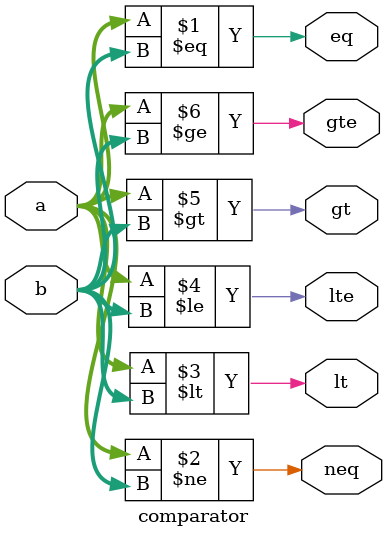
<source format=sv>
module comparator #(parameter N = 8)
                   (input logic[N-1:0] a, b,
                    output logic eq, neq, lt, lte, gt, gte);
    assign eq = (a == b);
    assign neq = (a != b);
    assign lt = (a < b);
    assign lte = (a <= b);
    assign gt = (a > b);
    assign gte = (a >= b);
endmodule

</source>
